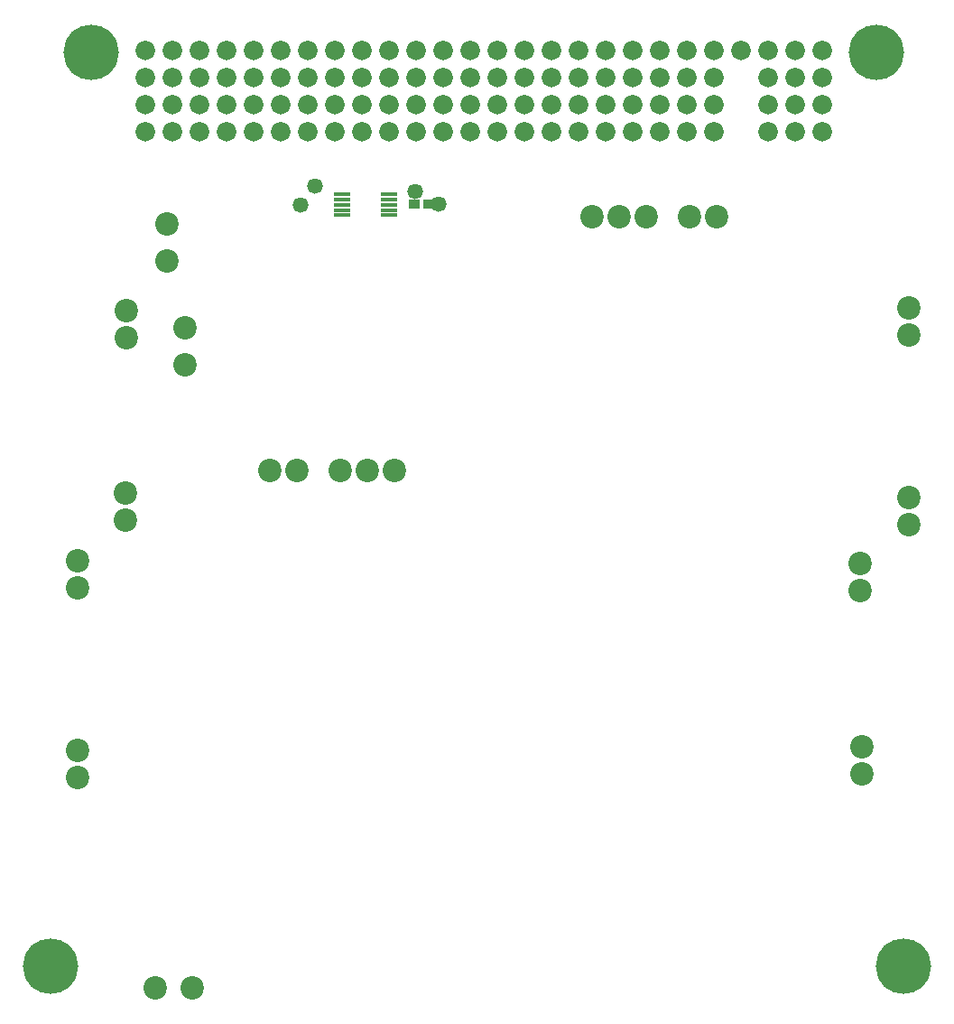
<source format=gts>
G04 Layer_Color=8388736*
%FSLAX42Y42*%
%MOMM*%
G71*
G01*
G75*
%ADD23R,1.55X0.40*%
%ADD24R,1.10X0.90*%
%ADD25C,2.20*%
%ADD26C,1.83*%
%ADD27C,1.47*%
%ADD28C,5.20*%
D23*
X3086Y7789D02*
D03*
Y7739D02*
D03*
Y7689D02*
D03*
Y7639D02*
D03*
Y7589D02*
D03*
X3526Y7789D02*
D03*
Y7739D02*
D03*
Y7689D02*
D03*
Y7639D02*
D03*
Y7589D02*
D03*
D24*
X3768Y7691D02*
D03*
X3898D02*
D03*
D25*
X5436Y7572D02*
D03*
X5690D02*
D03*
X5944D02*
D03*
X6350D02*
D03*
X8407Y6721D02*
D03*
Y6467D02*
D03*
Y4943D02*
D03*
Y4689D02*
D03*
X1067Y6441D02*
D03*
X1054Y4727D02*
D03*
Y4981D02*
D03*
X1067Y6695D02*
D03*
X6604Y7572D02*
D03*
X1446Y7507D02*
D03*
Y7157D02*
D03*
X3581Y5199D02*
D03*
X3327D02*
D03*
X3073D02*
D03*
X2667D02*
D03*
X610Y4348D02*
D03*
Y4094D02*
D03*
Y2570D02*
D03*
Y2316D02*
D03*
X7950Y4069D02*
D03*
X7963Y2355D02*
D03*
Y2609D02*
D03*
X7950Y4323D02*
D03*
X2413Y5199D02*
D03*
X1615Y6537D02*
D03*
Y6187D02*
D03*
X1334Y345D02*
D03*
X1684D02*
D03*
D26*
X6830Y9136D02*
D03*
X1750Y8374D02*
D03*
Y8628D02*
D03*
Y8882D02*
D03*
Y9136D02*
D03*
X3782Y8374D02*
D03*
Y8628D02*
D03*
X7592Y8882D02*
D03*
Y9136D02*
D03*
Y8374D02*
D03*
Y8628D02*
D03*
X7338Y8882D02*
D03*
Y9136D02*
D03*
Y8374D02*
D03*
Y8628D02*
D03*
X7084Y8882D02*
D03*
Y9136D02*
D03*
Y8374D02*
D03*
Y8628D02*
D03*
X6576Y8882D02*
D03*
Y9136D02*
D03*
Y8374D02*
D03*
Y8628D02*
D03*
X6322Y8882D02*
D03*
Y9136D02*
D03*
Y8374D02*
D03*
Y8628D02*
D03*
X6068Y8882D02*
D03*
Y9136D02*
D03*
Y8374D02*
D03*
Y8628D02*
D03*
X5814Y8882D02*
D03*
Y9136D02*
D03*
Y8374D02*
D03*
Y8628D02*
D03*
X5560Y8882D02*
D03*
Y9136D02*
D03*
Y8374D02*
D03*
Y8628D02*
D03*
X5306Y8882D02*
D03*
Y9136D02*
D03*
Y8374D02*
D03*
Y8628D02*
D03*
X5052Y8882D02*
D03*
Y9136D02*
D03*
Y8374D02*
D03*
Y8628D02*
D03*
X4798Y8882D02*
D03*
Y9136D02*
D03*
Y8374D02*
D03*
Y8628D02*
D03*
X4544Y8882D02*
D03*
Y9136D02*
D03*
Y8374D02*
D03*
Y8628D02*
D03*
X4290Y8882D02*
D03*
Y9136D02*
D03*
Y8374D02*
D03*
Y8628D02*
D03*
X4036Y8882D02*
D03*
Y9136D02*
D03*
Y8374D02*
D03*
Y8628D02*
D03*
X3782Y8882D02*
D03*
Y9136D02*
D03*
X3528Y8374D02*
D03*
Y8882D02*
D03*
Y9136D02*
D03*
X3274Y8374D02*
D03*
Y8628D02*
D03*
Y8882D02*
D03*
Y9136D02*
D03*
X3020Y8374D02*
D03*
Y8628D02*
D03*
Y8882D02*
D03*
Y9136D02*
D03*
X2766Y8374D02*
D03*
Y8628D02*
D03*
Y8882D02*
D03*
Y9136D02*
D03*
X2512Y8374D02*
D03*
Y8628D02*
D03*
Y8882D02*
D03*
Y9136D02*
D03*
X2258Y8374D02*
D03*
Y8628D02*
D03*
Y8882D02*
D03*
Y9136D02*
D03*
X2004Y8374D02*
D03*
Y8628D02*
D03*
Y8882D02*
D03*
Y9136D02*
D03*
X1496Y8374D02*
D03*
Y8628D02*
D03*
Y8882D02*
D03*
Y9136D02*
D03*
X1242Y8374D02*
D03*
Y8628D02*
D03*
Y8882D02*
D03*
Y9136D02*
D03*
X3528Y8628D02*
D03*
D27*
X3993Y7694D02*
D03*
X2697Y7686D02*
D03*
X2837Y7864D02*
D03*
X3777Y7811D02*
D03*
D28*
X353Y548D02*
D03*
X8355Y550D02*
D03*
X8103Y9118D02*
D03*
X733D02*
D03*
M02*

</source>
